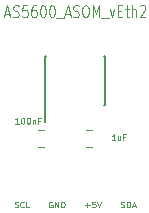
<source format=gto>
G04 #@! TF.GenerationSoftware,KiCad,Pcbnew,(5.0.0)*
G04 #@! TF.CreationDate,2019-01-14T07:55:56+00:00*
G04 #@! TF.ProjectId,AS5600_I2C_v1,4153353630305F4932435F76312E6B69,rev?*
G04 #@! TF.SameCoordinates,Original*
G04 #@! TF.FileFunction,Legend,Top*
G04 #@! TF.FilePolarity,Positive*
%FSLAX46Y46*%
G04 Gerber Fmt 4.6, Leading zero omitted, Abs format (unit mm)*
G04 Created by KiCad (PCBNEW (5.0.0)) date 01/14/19 07:55:56*
%MOMM*%
%LPD*%
G01*
G04 APERTURE LIST*
%ADD10C,0.120000*%
%ADD11C,0.150000*%
%ADD12C,0.080000*%
%ADD13C,0.100000*%
G04 APERTURE END LIST*
D10*
G04 #@! TO.C,C1*
X165858578Y-81210000D02*
X165341422Y-81210000D01*
X165858578Y-79790000D02*
X165341422Y-79790000D01*
G04 #@! TO.C,C2*
X169378922Y-79790000D02*
X169896078Y-79790000D01*
X169378922Y-81210000D02*
X169896078Y-81210000D01*
D11*
G04 #@! TO.C,U1*
X165955000Y-77697000D02*
X165955000Y-79097000D01*
X171055000Y-77697000D02*
X171055000Y-73547000D01*
X165905000Y-77697000D02*
X165905000Y-73547000D01*
X171055000Y-77697000D02*
X170910000Y-77697000D01*
X171055000Y-73547000D02*
X170910000Y-73547000D01*
X165905000Y-73547000D02*
X166050000Y-73547000D01*
X165905000Y-77697000D02*
X165955000Y-77697000D01*
G04 #@! TO.C,C1*
D12*
X163726190Y-79276190D02*
X163440476Y-79276190D01*
X163583333Y-79276190D02*
X163583333Y-78776190D01*
X163535714Y-78847619D01*
X163488095Y-78895238D01*
X163440476Y-78919047D01*
X164035714Y-78776190D02*
X164083333Y-78776190D01*
X164130952Y-78800000D01*
X164154761Y-78823809D01*
X164178571Y-78871428D01*
X164202380Y-78966666D01*
X164202380Y-79085714D01*
X164178571Y-79180952D01*
X164154761Y-79228571D01*
X164130952Y-79252380D01*
X164083333Y-79276190D01*
X164035714Y-79276190D01*
X163988095Y-79252380D01*
X163964285Y-79228571D01*
X163940476Y-79180952D01*
X163916666Y-79085714D01*
X163916666Y-78966666D01*
X163940476Y-78871428D01*
X163964285Y-78823809D01*
X163988095Y-78800000D01*
X164035714Y-78776190D01*
X164511904Y-78776190D02*
X164559523Y-78776190D01*
X164607142Y-78800000D01*
X164630952Y-78823809D01*
X164654761Y-78871428D01*
X164678571Y-78966666D01*
X164678571Y-79085714D01*
X164654761Y-79180952D01*
X164630952Y-79228571D01*
X164607142Y-79252380D01*
X164559523Y-79276190D01*
X164511904Y-79276190D01*
X164464285Y-79252380D01*
X164440476Y-79228571D01*
X164416666Y-79180952D01*
X164392857Y-79085714D01*
X164392857Y-78966666D01*
X164416666Y-78871428D01*
X164440476Y-78823809D01*
X164464285Y-78800000D01*
X164511904Y-78776190D01*
X164892857Y-78942857D02*
X164892857Y-79276190D01*
X164892857Y-78990476D02*
X164916666Y-78966666D01*
X164964285Y-78942857D01*
X165035714Y-78942857D01*
X165083333Y-78966666D01*
X165107142Y-79014285D01*
X165107142Y-79276190D01*
X165511904Y-79014285D02*
X165345238Y-79014285D01*
X165345238Y-79276190D02*
X165345238Y-78776190D01*
X165583333Y-78776190D01*
G04 #@! TO.C,C2*
X171902380Y-80676190D02*
X171616666Y-80676190D01*
X171759523Y-80676190D02*
X171759523Y-80176190D01*
X171711904Y-80247619D01*
X171664285Y-80295238D01*
X171616666Y-80319047D01*
X172330952Y-80342857D02*
X172330952Y-80676190D01*
X172116666Y-80342857D02*
X172116666Y-80604761D01*
X172140476Y-80652380D01*
X172188095Y-80676190D01*
X172259523Y-80676190D01*
X172307142Y-80652380D01*
X172330952Y-80628571D01*
X172735714Y-80414285D02*
X172569047Y-80414285D01*
X172569047Y-80676190D02*
X172569047Y-80176190D01*
X172807142Y-80176190D01*
G04 #@! TO.C,U1*
D13*
X162557142Y-69966666D02*
X162938095Y-69966666D01*
X162480952Y-70252380D02*
X162747619Y-69252380D01*
X163014285Y-70252380D01*
X163242857Y-70204761D02*
X163357142Y-70252380D01*
X163547619Y-70252380D01*
X163623809Y-70204761D01*
X163661904Y-70157142D01*
X163700000Y-70061904D01*
X163700000Y-69966666D01*
X163661904Y-69871428D01*
X163623809Y-69823809D01*
X163547619Y-69776190D01*
X163395238Y-69728571D01*
X163319047Y-69680952D01*
X163280952Y-69633333D01*
X163242857Y-69538095D01*
X163242857Y-69442857D01*
X163280952Y-69347619D01*
X163319047Y-69300000D01*
X163395238Y-69252380D01*
X163585714Y-69252380D01*
X163700000Y-69300000D01*
X164423809Y-69252380D02*
X164042857Y-69252380D01*
X164004761Y-69728571D01*
X164042857Y-69680952D01*
X164119047Y-69633333D01*
X164309523Y-69633333D01*
X164385714Y-69680952D01*
X164423809Y-69728571D01*
X164461904Y-69823809D01*
X164461904Y-70061904D01*
X164423809Y-70157142D01*
X164385714Y-70204761D01*
X164309523Y-70252380D01*
X164119047Y-70252380D01*
X164042857Y-70204761D01*
X164004761Y-70157142D01*
X165147619Y-69252380D02*
X164995238Y-69252380D01*
X164919047Y-69300000D01*
X164880952Y-69347619D01*
X164804761Y-69490476D01*
X164766666Y-69680952D01*
X164766666Y-70061904D01*
X164804761Y-70157142D01*
X164842857Y-70204761D01*
X164919047Y-70252380D01*
X165071428Y-70252380D01*
X165147619Y-70204761D01*
X165185714Y-70157142D01*
X165223809Y-70061904D01*
X165223809Y-69823809D01*
X165185714Y-69728571D01*
X165147619Y-69680952D01*
X165071428Y-69633333D01*
X164919047Y-69633333D01*
X164842857Y-69680952D01*
X164804761Y-69728571D01*
X164766666Y-69823809D01*
X165719047Y-69252380D02*
X165795238Y-69252380D01*
X165871428Y-69300000D01*
X165909523Y-69347619D01*
X165947619Y-69442857D01*
X165985714Y-69633333D01*
X165985714Y-69871428D01*
X165947619Y-70061904D01*
X165909523Y-70157142D01*
X165871428Y-70204761D01*
X165795238Y-70252380D01*
X165719047Y-70252380D01*
X165642857Y-70204761D01*
X165604761Y-70157142D01*
X165566666Y-70061904D01*
X165528571Y-69871428D01*
X165528571Y-69633333D01*
X165566666Y-69442857D01*
X165604761Y-69347619D01*
X165642857Y-69300000D01*
X165719047Y-69252380D01*
X166480952Y-69252380D02*
X166557142Y-69252380D01*
X166633333Y-69300000D01*
X166671428Y-69347619D01*
X166709523Y-69442857D01*
X166747619Y-69633333D01*
X166747619Y-69871428D01*
X166709523Y-70061904D01*
X166671428Y-70157142D01*
X166633333Y-70204761D01*
X166557142Y-70252380D01*
X166480952Y-70252380D01*
X166404761Y-70204761D01*
X166366666Y-70157142D01*
X166328571Y-70061904D01*
X166290476Y-69871428D01*
X166290476Y-69633333D01*
X166328571Y-69442857D01*
X166366666Y-69347619D01*
X166404761Y-69300000D01*
X166480952Y-69252380D01*
X166900000Y-70347619D02*
X167509523Y-70347619D01*
X167661904Y-69966666D02*
X168042857Y-69966666D01*
X167585714Y-70252380D02*
X167852380Y-69252380D01*
X168119047Y-70252380D01*
X168347619Y-70204761D02*
X168461904Y-70252380D01*
X168652380Y-70252380D01*
X168728571Y-70204761D01*
X168766666Y-70157142D01*
X168804761Y-70061904D01*
X168804761Y-69966666D01*
X168766666Y-69871428D01*
X168728571Y-69823809D01*
X168652380Y-69776190D01*
X168500000Y-69728571D01*
X168423809Y-69680952D01*
X168385714Y-69633333D01*
X168347619Y-69538095D01*
X168347619Y-69442857D01*
X168385714Y-69347619D01*
X168423809Y-69300000D01*
X168500000Y-69252380D01*
X168690476Y-69252380D01*
X168804761Y-69300000D01*
X169300000Y-69252380D02*
X169452380Y-69252380D01*
X169528571Y-69300000D01*
X169604761Y-69395238D01*
X169642857Y-69585714D01*
X169642857Y-69919047D01*
X169604761Y-70109523D01*
X169528571Y-70204761D01*
X169452380Y-70252380D01*
X169300000Y-70252380D01*
X169223809Y-70204761D01*
X169147619Y-70109523D01*
X169109523Y-69919047D01*
X169109523Y-69585714D01*
X169147619Y-69395238D01*
X169223809Y-69300000D01*
X169300000Y-69252380D01*
X169985714Y-70252380D02*
X169985714Y-69252380D01*
X170252380Y-69966666D01*
X170519047Y-69252380D01*
X170519047Y-70252380D01*
X170709523Y-70347619D02*
X171319047Y-70347619D01*
X171433333Y-69585714D02*
X171623809Y-70252380D01*
X171814285Y-69585714D01*
X172119047Y-69728571D02*
X172385714Y-69728571D01*
X172500000Y-70252380D02*
X172119047Y-70252380D01*
X172119047Y-69252380D01*
X172500000Y-69252380D01*
X172728571Y-69585714D02*
X173033333Y-69585714D01*
X172842857Y-69252380D02*
X172842857Y-70109523D01*
X172880952Y-70204761D01*
X172957142Y-70252380D01*
X173033333Y-70252380D01*
X173300000Y-70252380D02*
X173300000Y-69252380D01*
X173642857Y-70252380D02*
X173642857Y-69728571D01*
X173604761Y-69633333D01*
X173528571Y-69585714D01*
X173414285Y-69585714D01*
X173338095Y-69633333D01*
X173300000Y-69680952D01*
X173985714Y-69347619D02*
X174023809Y-69300000D01*
X174100000Y-69252380D01*
X174290476Y-69252380D01*
X174366666Y-69300000D01*
X174404761Y-69347619D01*
X174442857Y-69442857D01*
X174442857Y-69538095D01*
X174404761Y-69680952D01*
X173947619Y-70252380D01*
X174442857Y-70252380D01*
G04 #@! TO.C,J1*
D12*
X163362857Y-86344380D02*
X163434285Y-86368190D01*
X163553333Y-86368190D01*
X163600952Y-86344380D01*
X163624761Y-86320571D01*
X163648571Y-86272952D01*
X163648571Y-86225333D01*
X163624761Y-86177714D01*
X163600952Y-86153904D01*
X163553333Y-86130095D01*
X163458095Y-86106285D01*
X163410476Y-86082476D01*
X163386666Y-86058666D01*
X163362857Y-86011047D01*
X163362857Y-85963428D01*
X163386666Y-85915809D01*
X163410476Y-85892000D01*
X163458095Y-85868190D01*
X163577142Y-85868190D01*
X163648571Y-85892000D01*
X164148571Y-86320571D02*
X164124761Y-86344380D01*
X164053333Y-86368190D01*
X164005714Y-86368190D01*
X163934285Y-86344380D01*
X163886666Y-86296761D01*
X163862857Y-86249142D01*
X163839047Y-86153904D01*
X163839047Y-86082476D01*
X163862857Y-85987238D01*
X163886666Y-85939619D01*
X163934285Y-85892000D01*
X164005714Y-85868190D01*
X164053333Y-85868190D01*
X164124761Y-85892000D01*
X164148571Y-85915809D01*
X164600952Y-86368190D02*
X164362857Y-86368190D01*
X164362857Y-85868190D01*
X166553333Y-85892000D02*
X166505714Y-85868190D01*
X166434285Y-85868190D01*
X166362857Y-85892000D01*
X166315238Y-85939619D01*
X166291428Y-85987238D01*
X166267619Y-86082476D01*
X166267619Y-86153904D01*
X166291428Y-86249142D01*
X166315238Y-86296761D01*
X166362857Y-86344380D01*
X166434285Y-86368190D01*
X166481904Y-86368190D01*
X166553333Y-86344380D01*
X166577142Y-86320571D01*
X166577142Y-86153904D01*
X166481904Y-86153904D01*
X166791428Y-86368190D02*
X166791428Y-85868190D01*
X167077142Y-86368190D01*
X167077142Y-85868190D01*
X167315238Y-86368190D02*
X167315238Y-85868190D01*
X167434285Y-85868190D01*
X167505714Y-85892000D01*
X167553333Y-85939619D01*
X167577142Y-85987238D01*
X167600952Y-86082476D01*
X167600952Y-86153904D01*
X167577142Y-86249142D01*
X167553333Y-86296761D01*
X167505714Y-86344380D01*
X167434285Y-86368190D01*
X167315238Y-86368190D01*
X169339047Y-86177714D02*
X169720000Y-86177714D01*
X169529523Y-86368190D02*
X169529523Y-85987238D01*
X170196190Y-85868190D02*
X169958095Y-85868190D01*
X169934285Y-86106285D01*
X169958095Y-86082476D01*
X170005714Y-86058666D01*
X170124761Y-86058666D01*
X170172380Y-86082476D01*
X170196190Y-86106285D01*
X170220000Y-86153904D01*
X170220000Y-86272952D01*
X170196190Y-86320571D01*
X170172380Y-86344380D01*
X170124761Y-86368190D01*
X170005714Y-86368190D01*
X169958095Y-86344380D01*
X169934285Y-86320571D01*
X170362857Y-85868190D02*
X170529523Y-86368190D01*
X170696190Y-85868190D01*
X172362857Y-86344380D02*
X172434285Y-86368190D01*
X172553333Y-86368190D01*
X172600952Y-86344380D01*
X172624761Y-86320571D01*
X172648571Y-86272952D01*
X172648571Y-86225333D01*
X172624761Y-86177714D01*
X172600952Y-86153904D01*
X172553333Y-86130095D01*
X172458095Y-86106285D01*
X172410476Y-86082476D01*
X172386666Y-86058666D01*
X172362857Y-86011047D01*
X172362857Y-85963428D01*
X172386666Y-85915809D01*
X172410476Y-85892000D01*
X172458095Y-85868190D01*
X172577142Y-85868190D01*
X172648571Y-85892000D01*
X172862857Y-86368190D02*
X172862857Y-85868190D01*
X172981904Y-85868190D01*
X173053333Y-85892000D01*
X173100952Y-85939619D01*
X173124761Y-85987238D01*
X173148571Y-86082476D01*
X173148571Y-86153904D01*
X173124761Y-86249142D01*
X173100952Y-86296761D01*
X173053333Y-86344380D01*
X172981904Y-86368190D01*
X172862857Y-86368190D01*
X173339047Y-86225333D02*
X173577142Y-86225333D01*
X173291428Y-86368190D02*
X173458095Y-85868190D01*
X173624761Y-86368190D01*
G04 #@! TD*
M02*

</source>
